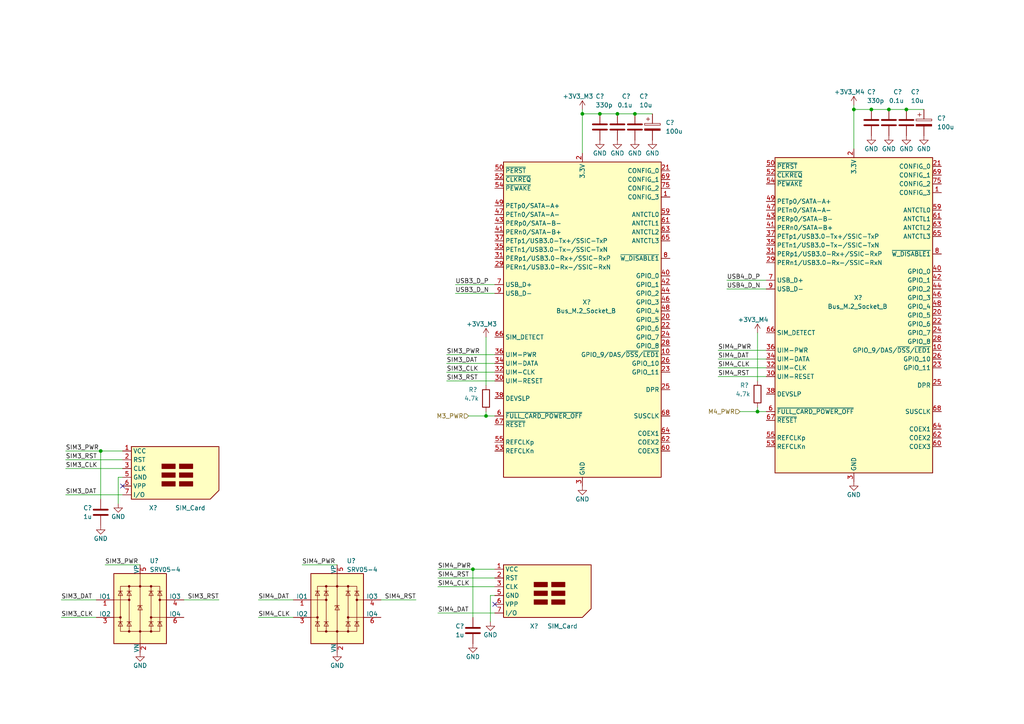
<source format=kicad_sch>
(kicad_sch (version 20211123) (generator eeschema)
  (paper "A4")
  (lib_symbols
    (symbol "Connector:Bus_M.2_Socket_B"
      (property "Reference" "J" (at -22.86 46.99 0))
      (property "Value" "Bus_M.2_Socket_B" (at 16.51 46.99 0))
      (symbol "Bus_M.2_Socket_B_0_1"
        (rectangle (start -22.86 45.72) (end 22.86 -45.72) (stroke (width 0.254)) (fill (type background)))
      )
      (symbol "Bus_M.2_Socket_B_1_1"
        (pin input line (at 25.4 35.56 180) (length 2.54) (name "CONFIG_3") (number "1"))
        (pin bidirectional line (at 25.4 -10.16 180) (length 2.54) (name "GPIO_9/DAS/~{DSS}/~{LED1}") (number "10"))
        (pin passive line (at 0 -48.26 90) (length 2.54) hide (name "GND") (number "11"))
        (pin power_in line (at 0 48.26 270) (length 2.54) (name "3.3V") (number "2"))
        (pin bidirectional line (at 25.4 0 180) (length 2.54) (name "GPIO_5") (number "20"))
        (pin input line (at 25.4 43.18 180) (length 2.54) (name "CONFIG_0") (number "21"))
        (pin bidirectional line (at 25.4 -2.54 180) (length 2.54) (name "GPIO_6") (number "22"))
        (pin bidirectional line (at 25.4 -15.24 180) (length 2.54) (name "GPIO_11") (number "23"))
        (pin bidirectional line (at 25.4 -5.08 180) (length 2.54) (name "GPIO_7") (number "24"))
        (pin output line (at 25.4 -20.32 180) (length 2.54) (name "DPR") (number "25"))
        (pin bidirectional line (at 25.4 -12.7 180) (length 2.54) (name "GPIO_10") (number "26"))
        (pin passive line (at 0 -48.26 90) (length 2.54) hide (name "GND") (number "27"))
        (pin bidirectional line (at 25.4 -7.62 180) (length 2.54) (name "GPIO_8") (number "28"))
        (pin input line (at -25.4 15.24 0) (length 2.54) (name "PERn1/USB3.0-Rx-/SSIC-RxN") (number "29"))
        (pin power_in line (at 0 -48.26 90) (length 2.54) (name "GND") (number "3"))
        (pin input line (at -25.4 -17.78 0) (length 2.54) (name "UIM-RESET") (number "30"))
        (pin input line (at -25.4 17.78 0) (length 2.54) (name "PERp1/USB3.0-Rx+/SSIC-RxP") (number "31"))
        (pin input line (at -25.4 -15.24 0) (length 2.54) (name "UIM-CLK") (number "32"))
        (pin passive line (at 0 -48.26 90) (length 2.54) hide (name "GND") (number "33"))
        (pin bidirectional line (at -25.4 -12.7 0) (length 2.54) (name "UIM-DATA") (number "34"))
        (pin output line (at -25.4 20.32 0) (length 2.54) (name "PETn1/USB3.0-Tx-/SSIC-TxN") (number "35"))
        (pin input line (at -25.4 -10.16 0) (length 2.54) (name "UIM-PWR") (number "36"))
        (pin output line (at -25.4 22.86 0) (length 2.54) (name "PETp1/USB3.0-Tx+/SSIC-TxP") (number "37"))
        (pin output line (at -25.4 -22.86 0) (length 2.54) (name "DEVSLP") (number "38"))
        (pin passive line (at 0 -48.26 90) (length 2.54) hide (name "GND") (number "39"))
        (pin passive line (at 0 48.26 270) (length 2.54) hide (name "3.3V") (number "4"))
        (pin bidirectional line (at 25.4 12.7 180) (length 2.54) (name "GPIO_0") (number "40"))
        (pin input line (at -25.4 25.4 0) (length 2.54) (name "PERn0/SATA-B+") (number "41"))
        (pin bidirectional line (at 25.4 10.16 180) (length 2.54) (name "GPIO_1") (number "42"))
        (pin input line (at -25.4 27.94 0) (length 2.54) (name "PERp0/SATA-B-") (number "43"))
        (pin bidirectional line (at 25.4 7.62 180) (length 2.54) (name "GPIO_2") (number "44"))
        (pin passive line (at 0 -48.26 90) (length 2.54) hide (name "GND") (number "45"))
        (pin bidirectional line (at 25.4 5.08 180) (length 2.54) (name "GPIO_3") (number "46"))
        (pin output line (at -25.4 30.48 0) (length 2.54) (name "PETn0/SATA-A-") (number "47"))
        (pin bidirectional line (at 25.4 2.54 180) (length 2.54) (name "GPIO_4") (number "48"))
        (pin output line (at -25.4 33.02 0) (length 2.54) (name "PETp0/SATA-A+") (number "49"))
        (pin passive line (at 0 -48.26 90) (length 2.54) hide (name "GND") (number "5"))
        (pin output line (at -25.4 43.18 0) (length 2.54) (name "~{PERST}") (number "50"))
        (pin passive line (at 0 -48.26 90) (length 2.54) hide (name "GND") (number "51"))
        (pin bidirectional line (at -25.4 40.64 0) (length 2.54) (name "~{CLKREQ}") (number "52"))
        (pin output line (at -25.4 -38.1 0) (length 2.54) (name "REFCLKn") (number "53"))
        (pin bidirectional line (at -25.4 38.1 0) (length 2.54) (name "~{PEWAKE}") (number "54"))
        (pin output line (at -25.4 -35.56 0) (length 2.54) (name "REFCLKp") (number "55"))
        (pin no_connect line (at 22.86 -43.18 180) (length 2.54) hide (name "NC") (number "56"))
        (pin passive line (at 0 -48.26 90) (length 2.54) hide (name "GND") (number "57"))
        (pin no_connect line (at 22.86 -40.64 180) (length 2.54) hide (name "NC") (number "58"))
        (pin input line (at 25.4 30.48 180) (length 2.54) (name "ANTCTL0") (number "59"))
        (pin output line (at -25.4 -27.94 0) (length 2.54) (name "~{FULL_CARD_POWER_OFF}") (number "6"))
        (pin bidirectional line (at 25.4 -38.1 180) (length 2.54) (name "COEX3") (number "60"))
        (pin input line (at 25.4 27.94 180) (length 2.54) (name "ANTCTL1") (number "61"))
        (pin bidirectional line (at 25.4 -35.56 180) (length 2.54) (name "COEX2") (number "62"))
        (pin input line (at 25.4 25.4 180) (length 2.54) (name "ANTCTL2") (number "63"))
        (pin bidirectional line (at 25.4 -33.02 180) (length 2.54) (name "COEX1") (number "64"))
        (pin input line (at 25.4 22.86 180) (length 2.54) (name "ANTCTL3") (number "65"))
        (pin output line (at -25.4 -5.08 0) (length 2.54) (name "SIM_DETECT") (number "66"))
        (pin output line (at -25.4 -30.48 0) (length 2.54) (name "~{RESET}") (number "67"))
        (pin output line (at 25.4 -27.94 180) (length 2.54) (name "SUSCLK") (number "68"))
        (pin input line (at 25.4 40.64 180) (length 2.54) (name "CONFIG_1") (number "69"))
        (pin bidirectional line (at -25.4 10.16 0) (length 2.54) (name "USB_D+") (number "7"))
        (pin passive line (at 0 48.26 270) (length 2.54) hide (name "3.3V") (number "70"))
        (pin passive line (at 0 -48.26 90) (length 2.54) hide (name "GND") (number "71"))
        (pin passive line (at 0 48.26 270) (length 2.54) hide (name "3.3V") (number "72"))
        (pin passive line (at 0 -48.26 90) (length 2.54) hide (name "GND") (number "73"))
        (pin passive line (at 0 48.26 270) (length 2.54) hide (name "3.3V") (number "74"))
        (pin input line (at 25.4 38.1 180) (length 2.54) (name "CONFIG_2") (number "75"))
        (pin output line (at 25.4 17.78 180) (length 2.54) (name "~{W_DISABLE1}") (number "8"))
        (pin bidirectional line (at -25.4 7.62 0) (length 2.54) (name "USB_D-") (number "9"))
      )
    )
    (symbol "Connector:SIM_Card"
      (property "Reference" "J" (at -2.54 12.7 0))
      (property "Value" "SIM_Card" (at -1.27 10.16 0))
      (symbol "SIM_Card_0_1"
        (rectangle (start -1.27 -2.54) (end 2.54 -1.27) (stroke (width 0.254)) (fill (type outline)))
        (rectangle (start -1.27 0) (end 2.54 1.27) (stroke (width 0.254)) (fill (type outline)))
        (rectangle (start -1.27 2.54) (end 2.54 3.81) (stroke (width 0.254)) (fill (type outline)))
        (polyline (pts (xy -10.16 8.89) (xy 15.24 8.89) (xy 15.24 -3.81) (xy 12.7 -6.35) (xy -10.16 -6.35) (xy -10.16 8.89)) (stroke (width 0.254)) (fill (type background)))
        (rectangle (start 3.81 -1.27) (end 7.62 -2.54) (stroke (width 0.254)) (fill (type outline)))
        (rectangle (start 3.81 0) (end 7.62 1.27) (stroke (width 0.254)) (fill (type outline)))
        (rectangle (start 3.81 2.54) (end 7.62 3.81) (stroke (width 0.254)) (fill (type outline)))
      )
      (symbol "SIM_Card_1_1"
        (pin power_in line (at -12.7 7.62 0) (length 2.54) (name "VCC") (number "1"))
        (pin input line (at -12.7 5.08 0) (length 2.54) (name "RST") (number "2"))
        (pin input line (at -12.7 2.54 0) (length 2.54) (name "CLK") (number "3"))
        (pin power_in line (at -12.7 0 0) (length 2.54) (name "GND") (number "5"))
        (pin input line (at -12.7 -2.54 0) (length 2.54) (name "VPP") (number "6"))
        (pin bidirectional line (at -12.7 -5.08 0) (length 2.54) (name "I/O") (number "7"))
      )
    )
    (symbol "Device:C" (pin_numbers hide) (pin_names (offset 0.254))
      (property "Reference" "C" (at 0.635 2.54 0))
      (property "Value" "C" (at 0.635 -2.54 0))
      (symbol "C_0_1"
        (polyline (pts (xy -2.032 -0.762) (xy 2.032 -0.762)) (stroke (width 0.508)))
        (polyline (pts (xy -2.032 0.762) (xy 2.032 0.762)) (stroke (width 0.508)))
      )
      (symbol "C_1_1"
        (pin passive line (at 0 3.81 270) (length 2.794) (name "~") (number "1"))
        (pin passive line (at 0 -3.81 90) (length 2.794) (name "~") (number "2"))
      )
    )
    (symbol "Device:C_Polarized" (pin_numbers hide) (pin_names (offset 0.254))
      (property "Reference" "C" (at 0.635 2.54 0))
      (property "Value" "C_Polarized" (at 0.635 -2.54 0))
      (symbol "C_Polarized_0_1"
        (rectangle (start -2.286 0.508) (end 2.286 1.016))
        (polyline (pts (xy -1.778 2.286) (xy -0.762 2.286)))
        (polyline (pts (xy -1.27 2.794) (xy -1.27 1.778)))
        (rectangle (start 2.286 -0.508) (end -2.286 -1.016) (fill (type outline)))
      )
      (symbol "C_Polarized_1_1"
        (pin passive line (at 0 3.81 270) (length 2.794) (name "~") (number "1"))
        (pin passive line (at 0 -3.81 90) (length 2.794) (name "~") (number "2"))
      )
    )
    (symbol "Device:R" (pin_numbers hide) (pin_names (offset 0))
      (property "Reference" "R" (at 2.032 0 90))
      (property "Value" "R" (at 0 0 90))
      (symbol "R_0_1"
        (rectangle (start -1.016 -2.54) (end 1.016 2.54) (stroke (width 0.254)))
      )
      (symbol "R_1_1"
        (pin passive line (at 0 3.81 270) (length 1.27) (name "~") (number "1"))
        (pin passive line (at 0 -3.81 90) (length 1.27) (name "~") (number "2"))
      )
    )
    (symbol "Power_Protection:SRV05-4" (pin_names (offset 0))
      (property "Reference" "U" (at -5.08 11.43 0))
      (property "Value" "SRV05-4" (at 2.54 11.43 0))
      (symbol "SRV05-4_0_0"
        (rectangle (start -5.715 6.477) (end 5.715 -6.604))
        (polyline (pts (xy -3.175 -6.604) (xy -3.175 6.477)))
        (polyline (pts (xy 3.175 6.477) (xy 3.175 -6.604)))
      )
      (symbol "SRV05-4_0_1"
        (rectangle (start -7.62 10.16) (end 7.62 -10.16) (stroke (width 0.254)) (fill (type background)))
        (circle (center -5.715 -2.54) (radius 0.2794) (fill (type outline)))
        (circle (center -3.175 -6.604) (radius 0.2794) (fill (type outline)))
        (circle (center -3.175 2.54) (radius 0.2794) (fill (type outline)))
        (circle (center -3.175 6.477) (radius 0.2794) (fill (type outline)))
        (circle (center 0 -6.604) (radius 0.2794) (fill (type outline)))
        (polyline (pts (xy -7.747 2.54) (xy -3.175 2.54)))
        (polyline (pts (xy -7.62 -2.54) (xy -5.715 -2.54)))
        (polyline (pts (xy -5.08 -3.81) (xy -6.35 -3.81)))
        (polyline (pts (xy -5.08 5.08) (xy -6.35 5.08)))
        (polyline (pts (xy -2.54 -3.81) (xy -3.81 -3.81)))
        (polyline (pts (xy -2.54 5.08) (xy -3.81 5.08)))
        (polyline (pts (xy 0 10.16) (xy 0 -10.16)))
        (polyline (pts (xy 3.81 -3.81) (xy 2.54 -3.81)))
        (polyline (pts (xy 3.81 5.08) (xy 2.54 5.08)))
        (polyline (pts (xy 6.35 -3.81) (xy 5.08 -3.81)))
        (polyline (pts (xy 6.35 5.08) (xy 5.08 5.08)))
        (polyline (pts (xy 7.62 -2.54) (xy 3.175 -2.54)))
        (polyline (pts (xy 7.62 2.54) (xy 5.715 2.54)))
        (polyline (pts (xy 0.635 0.889) (xy -0.635 0.889) (xy -0.635 0.635)))
        (polyline (pts (xy -5.08 -5.08) (xy -6.35 -5.08) (xy -5.715 -3.81) (xy -5.08 -5.08)))
        (polyline (pts (xy -5.08 3.81) (xy -6.35 3.81) (xy -5.715 5.08) (xy -5.08 3.81)))
        (polyline (pts (xy -2.54 -5.08) (xy -3.81 -5.08) (xy -3.175 -3.81) (xy -2.54 -5.08)))
        (polyline (pts (xy -2.54 3.81) (xy -3.81 3.81) (xy -3.175 5.08) (xy -2.54 3.81)))
        (polyline (pts (xy 0.635 -0.381) (xy -0.635 -0.381) (xy 0 0.889) (xy 0.635 -0.381)))
        (polyline (pts (xy 3.81 -5.08) (xy 2.54 -5.08) (xy 3.175 -3.81) (xy 3.81 -5.08)))
        (polyline (pts (xy 3.81 3.81) (xy 2.54 3.81) (xy 3.175 5.08) (xy 3.81 3.81)))
        (polyline (pts (xy 6.35 -5.08) (xy 5.08 -5.08) (xy 5.715 -3.81) (xy 6.35 -5.08)))
        (polyline (pts (xy 6.35 3.81) (xy 5.08 3.81) (xy 5.715 5.08) (xy 6.35 3.81)))
        (circle (center 0 6.477) (radius 0.2794) (fill (type outline)))
        (circle (center 3.175 -6.604) (radius 0.2794) (fill (type outline)))
        (circle (center 3.175 -2.54) (radius 0.2794) (fill (type outline)))
        (circle (center 3.175 6.477) (radius 0.2794) (fill (type outline)))
        (circle (center 5.715 2.54) (radius 0.2794) (fill (type outline)))
      )
      (symbol "SRV05-4_1_1"
        (pin passive line (at -12.7 2.54 0) (length 5.08) (name "IO1") (number "1"))
        (pin passive line (at 0 -12.7 90) (length 2.54) (name "VN") (number "2"))
        (pin passive line (at -12.7 -2.54 0) (length 5.08) (name "IO2") (number "3"))
        (pin passive line (at 12.7 2.54 180) (length 5.08) (name "IO3") (number "4"))
        (pin passive line (at 0 12.7 270) (length 2.54) (name "VP") (number "5"))
        (pin passive line (at 12.7 -2.54 180) (length 5.08) (name "IO4") (number "6"))
      )
    )
    (symbol "power:+3V3_M3" (power) (pin_names (offset 0))
      (property "Value" "+3V3_M3" (at -1.27 3.81 0))
      (symbol "+3V3_M3_0_1"
        (polyline (pts (xy -0.762 1.27) (xy 0 2.54)))
        (polyline (pts (xy 0 0) (xy 0 2.54)))
        (polyline (pts (xy 0 2.54) (xy 0.762 1.27)))
      )
      (symbol "+3V3_M3_1_1"
        (pin power_in line (at 0 0 90) (length 0) hide (name "+3V3_M3") (number "1"))
      )
    )
    (symbol "power:+3V3_M4" (power) (pin_names (offset 0))
      (property "Value" "+3V3_M4" (at -1.27 3.81 0))
      (symbol "+3V3_M4_0_1"
        (polyline (pts (xy -0.762 1.27) (xy 0 2.54)))
        (polyline (pts (xy 0 0) (xy 0 2.54)))
        (polyline (pts (xy 0 2.54) (xy 0.762 1.27)))
      )
      (symbol "+3V3_M4_1_1"
        (pin power_in line (at 0 0 90) (length 0) hide (name "+3V3_M4") (number "1"))
      )
    )
    (symbol "power:GND" (power) (pin_names (offset 0))
      (property "Value" "GND" (at 0 -3.81 0))
      (symbol "GND_0_1"
        (polyline (pts (xy 0 0) (xy 0 -1.27) (xy 1.27 -1.27) (xy 0 -2.54) (xy -1.27 -1.27) (xy 0 -1.27)))
      )
      (symbol "GND_1_1"
        (pin power_in line (at 0 0 270) (length 0) hide (name "GND") (number "1"))
      )
    )
  )
  (junction (at 247.65 31.75))
  (junction (at 184.15 33.02))
  (junction (at 140.97 120.65))
  (junction (at 179.07 33.02))
  (junction (at 219.71 119.38))
  (junction (at 29.21 130.81))
  (junction (at 168.91 33.02))
  (junction (at 262.89 31.75))
  (junction (at 137.16 165.1))
  (junction (at 257.81 31.75))
  (junction (at 173.99 33.02))
  (junction (at 252.73 31.75))
  (no_connect (at 35.56 140.97))
  (no_connect (at 143.51 175.26))
  (wire (pts (xy 129.54 107.95) (xy 143.51 107.95)))
  (wire (pts (xy 34.29 138.43) (xy 34.29 146.05)))
  (wire (pts (xy 129.54 102.87) (xy 143.51 102.87)))
  (wire (pts (xy 262.89 31.75) (xy 267.97 31.75)))
  (wire (pts (xy 53.34 173.99) (xy 63.5 173.99)))
  (wire (pts (xy 87.63 163.83) (xy 97.79 163.83)))
  (wire (pts (xy 140.97 120.65) (xy 143.51 120.65)))
  (wire (pts (xy 219.71 119.38) (xy 222.25 119.38)))
  (wire (pts (xy 219.71 118.11) (xy 219.71 119.38)))
  (wire (pts (xy 19.05 135.89) (xy 35.56 135.89)))
  (wire (pts (xy 140.97 97.79) (xy 140.97 111.76)))
  (wire (pts (xy 252.73 31.75) (xy 257.81 31.75)))
  (wire (pts (xy 30.48 163.83) (xy 40.64 163.83)))
  (wire (pts (xy 208.28 106.68) (xy 222.25 106.68)))
  (wire (pts (xy 110.49 173.99) (xy 120.65 173.99)))
  (wire (pts (xy 214.63 119.38) (xy 219.71 119.38)))
  (wire (pts (xy 208.28 104.14) (xy 222.25 104.14)))
  (wire (pts (xy 210.82 81.28) (xy 222.25 81.28)))
  (wire (pts (xy 19.05 133.35) (xy 35.56 133.35)))
  (wire (pts (xy 127 177.8) (xy 143.51 177.8)))
  (wire (pts (xy 257.81 31.75) (xy 262.89 31.75)))
  (wire (pts (xy 168.91 31.75) (xy 168.91 33.02)))
  (wire (pts (xy 129.54 105.41) (xy 143.51 105.41)))
  (wire (pts (xy 127 167.64) (xy 143.51 167.64)))
  (wire (pts (xy 143.51 172.72) (xy 142.24 172.72)))
  (wire (pts (xy 208.28 101.6) (xy 222.25 101.6)))
  (wire (pts (xy 19.05 143.51) (xy 35.56 143.51)))
  (wire (pts (xy 208.28 109.22) (xy 222.25 109.22)))
  (wire (pts (xy 19.05 130.81) (xy 29.21 130.81)))
  (wire (pts (xy 29.21 130.81) (xy 29.21 144.78)))
  (wire (pts (xy 142.24 172.72) (xy 142.24 180.34)))
  (wire (pts (xy 137.16 165.1) (xy 137.16 179.07)))
  (wire (pts (xy 210.82 83.82) (xy 222.25 83.82)))
  (wire (pts (xy 132.08 85.09) (xy 143.51 85.09)))
  (wire (pts (xy 132.08 82.55) (xy 143.51 82.55)))
  (wire (pts (xy 140.97 119.38) (xy 140.97 120.65)))
  (wire (pts (xy 35.56 138.43) (xy 34.29 138.43)))
  (wire (pts (xy 127 165.1) (xy 137.16 165.1)))
  (wire (pts (xy 35.56 130.81) (xy 29.21 130.81)))
  (wire (pts (xy 143.51 165.1) (xy 137.16 165.1)))
  (wire (pts (xy 74.93 173.99) (xy 85.09 173.99)))
  (wire (pts (xy 247.65 43.18) (xy 247.65 31.75)))
  (wire (pts (xy 173.99 33.02) (xy 179.07 33.02)))
  (wire (pts (xy 184.15 33.02) (xy 189.23 33.02)))
  (wire (pts (xy 17.78 179.07) (xy 27.94 179.07)))
  (wire (pts (xy 179.07 33.02) (xy 184.15 33.02)))
  (wire (pts (xy 168.91 33.02) (xy 173.99 33.02)))
  (wire (pts (xy 247.65 30.48) (xy 247.65 31.75)))
  (wire (pts (xy 135.89 120.65) (xy 140.97 120.65)))
  (wire (pts (xy 129.54 110.49) (xy 143.51 110.49)))
  (wire (pts (xy 17.78 173.99) (xy 27.94 173.99)))
  (wire (pts (xy 168.91 44.45) (xy 168.91 33.02)))
  (wire (pts (xy 247.65 31.75) (xy 252.73 31.75)))
  (wire (pts (xy 127 170.18) (xy 143.51 170.18)))
  (wire (pts (xy 219.71 96.52) (xy 219.71 110.49)))
  (wire (pts (xy 74.93 179.07) (xy 85.09 179.07)))
  (label "SIM3_CLK" (at 129.54 107.95 0))
  (label "SIM4_DAT" (at 127 177.8 0))
  (label "SIM4_RST" (at 208.28 109.22 0))
  (label "SIM3_RST" (at 63.5 173.99 180))
  (label "SIM3_CLK" (at 19.05 135.89 0))
  (label "SIM4_CLK" (at 127 170.18 0))
  (label "SIM4_DAT" (at 208.28 104.14 0))
  (label "SIM4_PWR" (at 208.28 101.6 0))
  (label "SIM4_RST" (at 120.65 173.99 180))
  (label "SIM3_RST" (at 129.54 110.49 0))
  (label "SIM3_PWR" (at 30.48 163.83 0))
  (label "SIM4_CLK" (at 74.93 179.07 0))
  (label "USB4_D_P" (at 210.82 81.28 0))
  (label "SIM3_PWR" (at 129.54 102.87 0))
  (label "SIM3_RST" (at 19.05 133.35 0))
  (label "SIM3_CLK" (at 17.78 179.07 0))
  (label "SIM4_CLK" (at 208.28 106.68 0))
  (label "SIM3_DAT" (at 19.05 143.51 0))
  (label "USB3_D_P" (at 132.08 82.55 0))
  (label "SIM4_PWR" (at 127 165.1 0))
  (label "SIM4_PWR" (at 87.63 163.83 0))
  (label "USB4_D_N" (at 210.82 83.82 0))
  (label "SIM3_DAT" (at 17.78 173.99 0))
  (label "SIM3_PWR" (at 19.05 130.81 0))
  (label "SIM4_RST" (at 127 167.64 0))
  (label "SIM3_DAT" (at 129.54 105.41 0))
  (label "USB3_D_N" (at 132.08 85.09 0))
  (label "SIM4_DAT" (at 74.93 173.99 0))
  (hierarchical_label "M4_PWR" (shape input) (at 214.63 119.38 180))
  (hierarchical_label "M3_PWR" (shape input) (at 135.89 120.65 180))
  (symbol (lib_id "power:GND") (at 252.73 39.37 0) (unit 1)
    (property "Reference" "#PWR?" (effects hide))
    (property "Value" "GND" (at 252.73 43.18 0))
  )
  (symbol (lib_id "Device:C") (at 262.89 35.56 0) (unit 1)
    (property "Reference" "C?" (at 264.16 26.67 0) (effects (justify left)))
    (property "Value" "10u" (at 264.16 29.21 0) (effects (justify left)))
  )
  (symbol (lib_id "Device:C") (at 184.15 36.83 0) (unit 1)
    (property "Reference" "C?" (at 185.42 27.94 0) (effects (justify left)))
    (property "Value" "10u" (at 185.42 30.48 0) (effects (justify left)))
  )
  (symbol (lib_id "Connector:Bus_M.2_Socket_B") (at 168.91 92.71 0) (unit 1)
    (property "Reference" "X?" (at 168.91 87.63 0) (effects (justify left)))
    (property "Value" "Bus_M.2_Socket_B" (at 161.29 90.17 0) (effects (justify left)))
    (property "Datasheet" "http://read.pudn.com/downloads794/doc/project/3133918/PCIe_M.2_Electromechanical_Spec_Rev1.0_Final_11012013_RS_Clean.pdf#page=154" (effects hide))
  )
  (symbol (lib_id "power:GND") (at 40.64 189.23 0) (unit 1)
    (property "Reference" "#PWR?" (effects hide))
    (property "Value" "GND" (at 40.64 193.04 0))
  )
  (symbol (lib_id "power:GND") (at 168.91 140.97 0) (unit 1)
    (property "Reference" "#PWR?" (effects hide))
    (property "Value" "GND" (at 168.91 144.78 0))
  )
  (symbol (lib_id "Device:C") (at 173.99 36.83 0) (unit 1)
    (property "Reference" "C?" (at 172.72 27.94 0) (effects (justify left)))
    (property "Value" "330p" (at 172.72 30.48 0) (effects (justify left)))
  )
  (symbol (lib_id "Connector:SIM_Card") (at 156.21 172.72 0) (unit 1)
    (property "Reference" "X?" (at 153.67 181.61 0) (effects (justify left)))
    (property "Value" "SIM_Card" (at 158.75 181.61 0) (effects (justify left)))
    (property "Datasheet" " ~" (effects hide))
  )
  (symbol (lib_id "power:+3V3_M4") (at 219.71 96.52 0) (unit 1)
    (property "Reference" "#PWR?" (effects hide))
    (property "Value" "+3V3_M4" (at 218.44 92.71 0))
  )
  (symbol (lib_id "Device:C") (at 137.16 182.88 0) (unit 1)
    (property "Reference" "C?" (at 132.08 181.61 0) (effects (justify left)))
    (property "Value" "1u" (at 132.08 184.15 0) (effects (justify left)))
  )
  (symbol (lib_id "Device:C") (at 179.07 36.83 0) (unit 1)
    (property "Reference" "C?" (at 180.34 27.94 0) (effects (justify left)))
    (property "Value" "0.1u" (at 179.07 30.48 0) (effects (justify left)))
  )
  (symbol (lib_id "Connector:SIM_Card") (at 48.26 138.43 0) (unit 1)
    (property "Reference" "X?" (at 43.18 147.32 0) (effects (justify left)))
    (property "Value" "SIM_Card" (at 50.8 147.32 0) (effects (justify left)))
    (property "Datasheet" " ~" (effects hide))
  )
  (symbol (lib_id "power:GND") (at 142.24 180.34 0) (unit 1)
    (property "Reference" "#PWR?" (effects hide))
    (property "Value" "GND" (at 142.24 184.15 0))
  )
  (symbol (lib_id "Device:R") (at 219.71 114.3 0) (unit 1)
    (property "Reference" "R?" (at 214.63 111.76 0) (effects (justify left)))
    (property "Value" "4.7k" (at 213.36 114.3 0) (effects (justify left)))
  )
  (symbol (lib_id "power:GND") (at 257.81 39.37 0) (unit 1)
    (property "Reference" "#PWR?" (effects hide))
    (property "Value" "GND" (at 257.81 43.18 0))
  )
  (symbol (lib_id "Device:C_Polarized") (at 189.23 36.83 0) (unit 1)
    (property "Reference" "C?" (at 193.04 35.56 0) (effects (justify left)))
    (property "Value" "100u" (at 193.04 38.1 0) (effects (justify left)))
  )
  (symbol (lib_id "power:GND") (at 267.97 39.37 0) (unit 1)
    (property "Reference" "#PWR?" (effects hide))
    (property "Value" "GND" (at 267.97 43.18 0))
  )
  (symbol (lib_id "power:GND") (at 189.23 40.64 0) (unit 1)
    (property "Reference" "#PWR?" (effects hide))
    (property "Value" "GND" (at 189.23 44.45 0))
  )
  (symbol (lib_id "Device:C") (at 252.73 35.56 0) (unit 1)
    (property "Reference" "C?" (at 251.46 26.67 0) (effects (justify left)))
    (property "Value" "330p" (at 251.46 29.21 0) (effects (justify left)))
  )
  (symbol (lib_id "Device:C_Polarized") (at 267.97 35.56 0) (unit 1)
    (property "Reference" "C?" (at 271.78 34.29 0) (effects (justify left)))
    (property "Value" "100u" (at 271.78 36.83 0) (effects (justify left)))
  )
  (symbol (lib_id "power:GND") (at 179.07 40.64 0) (unit 1)
    (property "Reference" "#PWR?" (effects hide))
    (property "Value" "GND" (at 179.07 44.45 0))
  )
  (symbol (lib_id "power:GND") (at 184.15 40.64 0) (unit 1)
    (property "Reference" "#PWR?" (effects hide))
    (property "Value" "GND" (at 184.15 44.45 0))
  )
  (symbol (lib_id "Power_Protection:SRV05-4") (at 40.64 176.53 0) (unit 1)
    (property "Reference" "U?" (at 43.4087 162.6702 0) (effects (justify left)))
    (property "Value" "SRV05-4" (at 43.4087 165.2071 0) (effects (justify left)))
    (property "Footprint" "Package_TO_SOT_SMD:SOT-23-6" (effects hide))
    (property "Datasheet" "http://www.onsemi.com/pub/Collateral/SRV05-4-D.PDF" (effects hide))
  )
  (symbol (lib_id "power:+3V3_M3") (at 140.97 97.79 0) (unit 1)
    (property "Reference" "#PWR?" (effects hide))
    (property "Value" "+3V3_M3" (at 139.7 93.98 0))
  )
  (symbol (lib_id "power:GND") (at 34.29 146.05 0) (unit 1)
    (property "Reference" "#PWR?" (effects hide))
    (property "Value" "GND" (at 34.29 149.86 0))
  )
  (symbol (lib_id "power:+3V3_M3") (at 168.91 31.75 0) (unit 1)
    (property "Reference" "#PWR?" (effects hide))
    (property "Value" "+3V3_M3" (at 167.64 27.94 0))
  )
  (symbol (lib_id "Power_Protection:SRV05-4") (at 97.79 176.53 0) (unit 1)
    (property "Reference" "U?" (at 100.5587 162.6702 0) (effects (justify left)))
    (property "Value" "SRV05-4" (at 100.5587 165.2071 0) (effects (justify left)))
    (property "Footprint" "Package_TO_SOT_SMD:SOT-23-6" (effects hide))
    (property "Datasheet" "http://www.onsemi.com/pub/Collateral/SRV05-4-D.PDF" (effects hide))
  )
  (symbol (lib_id "power:GND") (at 247.65 139.7 0) (unit 1)
    (property "Reference" "#PWR?" (effects hide))
    (property "Value" "GND" (at 247.65 143.51 0))
  )
  (symbol (lib_id "Connector:Bus_M.2_Socket_B") (at 247.65 91.44 0) (unit 1)
    (property "Reference" "X?" (at 247.65 86.36 0) (effects (justify left)))
    (property "Value" "Bus_M.2_Socket_B" (at 240.03 88.9 0) (effects (justify left)))
    (property "Datasheet" "http://read.pudn.com/downloads794/doc/project/3133918/PCIe_M.2_Electromechanical_Spec_Rev1.0_Final_11012013_RS_Clean.pdf#page=154" (effects hide))
  )
  (symbol (lib_id "power:GND") (at 173.99 40.64 0) (unit 1)
    (property "Reference" "#PWR?" (effects hide))
    (property "Value" "GND" (at 173.99 44.45 0))
  )
  (symbol (lib_id "power:GND") (at 29.21 152.4 0) (unit 1)
    (property "Reference" "#PWR?" (effects hide))
    (property "Value" "GND" (at 29.21 156.21 0))
  )
  (symbol (lib_id "Device:R") (at 140.97 115.57 0) (unit 1)
    (property "Reference" "R?" (at 135.89 113.03 0) (effects (justify left)))
    (property "Value" "4.7k" (at 134.62 115.57 0) (effects (justify left)))
  )
  (symbol (lib_id "power:+3V3_M4") (at 247.65 30.48 0) (unit 1)
    (property "Reference" "#PWR?" (effects hide))
    (property "Value" "+3V3_M4" (at 246.38 26.67 0))
  )
  (symbol (lib_id "Device:C") (at 29.21 148.59 0) (unit 1)
    (property "Reference" "C?" (at 24.13 147.32 0) (effects (justify left)))
    (property "Value" "1u" (at 24.13 149.86 0) (effects (justify left)))
  )
  (symbol (lib_id "power:GND") (at 262.89 39.37 0) (unit 1)
    (property "Reference" "#PWR?" (effects hide))
    (property "Value" "GND" (at 262.89 43.18 0))
  )
  (symbol (lib_id "Device:C") (at 257.81 35.56 0) (unit 1)
    (property "Reference" "C?" (at 259.08 26.67 0) (effects (justify left)))
    (property "Value" "0.1u" (at 257.81 29.21 0) (effects (justify left)))
  )
  (symbol (lib_id "power:GND") (at 137.16 186.69 0) (unit 1)
    (property "Reference" "#PWR?" (effects hide))
    (property "Value" "GND" (at 137.16 190.5 0))
  )
  (symbol (lib_id "power:GND") (at 97.79 189.23 0) (unit 1)
    (property "Reference" "#PWR?" (effects hide))
    (property "Value" "GND" (at 97.79 193.04 0))
  )
)
</source>
